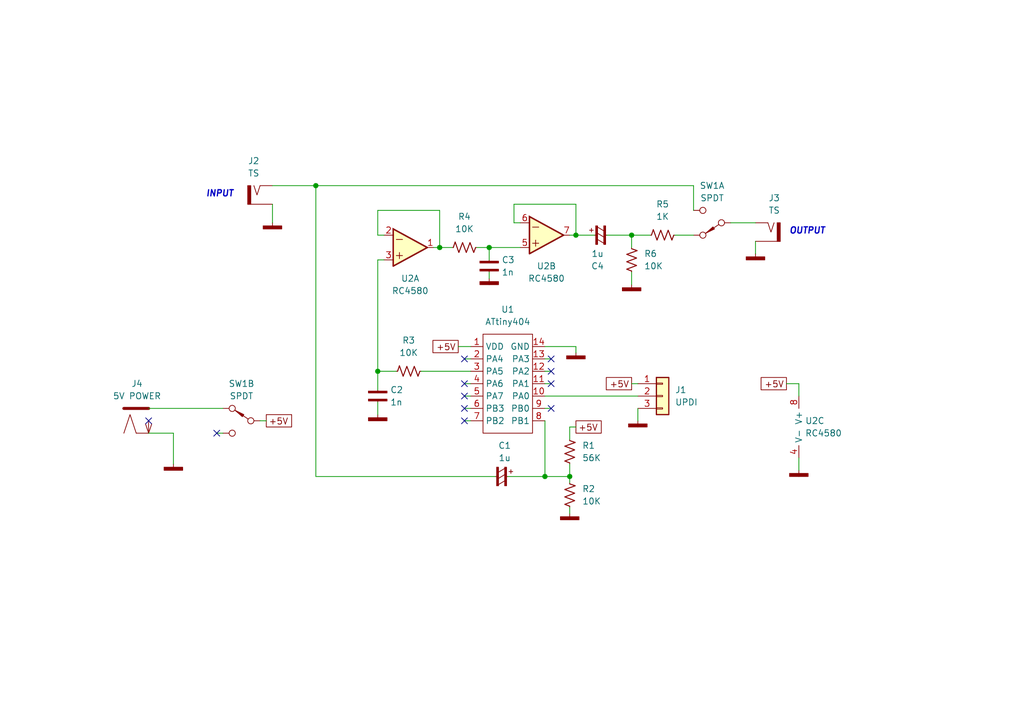
<source format=kicad_sch>
(kicad_sch (version 20231120) (generator "eeschema") (generator_version "8.0")
  (paper "A5")
  (title_block (title "CHORUS") (date "2024-05-11") (rev "1"))
  (lib_symbols
    (symbol "Connector_Generic:Conn_01x03" (pin_names (offset 1.016) hide)
      (property "Reference" "J" (at 0 5.08 0))
      (property "Value" "Conn_01x03" (at 0 -5.08 0))
      (symbol "Conn_01x03_1_1"
        (rectangle (start -1.27 -2.413) (end 0 -2.667) (stroke (width 0.1524)))
        (rectangle (start -1.27 0.127) (end 0 -0.127) (stroke (width 0.1524)))
        (rectangle (start -1.27 2.667) (end 0 2.413) (stroke (width 0.1524)))
        (rectangle (start -1.27 3.81) (end 1.27 -3.81) (stroke (width 0.254)) (fill (type background)))
        (pin passive line (at -5.08 2.54 0) (length 3.81) (name "Pin_1") (number "1"))
        (pin passive line (at -5.08 0 0) (length 3.81) (name "Pin_2") (number "2"))
        (pin passive line (at -5.08 -2.54 0) (length 3.81) (name "Pin_3") (number "3"))
      )
    )
    (symbol "conn:BarrelJack" (pin_numbers hide)
      (property "Reference" "J" (at 2.54 3.81 0))
      (property "Value" "BarrelJack" (at 2.54 -5.08 0))
      (symbol "BarrelJack_0_1"
        (polyline (pts (xy 2.54 -2.54) (xy 2.54 0)))
        (polyline (pts (xy 0 -2.54) (xy -1.27 1.27) (xy -2.54 -2.54)))
        (polyline (pts (xy 1.905 -0.635) (xy 2.54 -2.54) (xy 3.175 -0.635)))
      )
      (symbol "BarrelJack_1_1"
        (polyline (pts (xy 2.54 2.54) (xy -2.54 2.54)) (stroke (width 0.6096)))
        (pin passive line (at 2.54 2.54 180) (length 0) (name "") (number "1"))
        (pin passive line (at 2.54 -2.54 180) (length 2.54) (name "") (number "2"))
        (pin passive line (at 2.54 0 180) (length 0) (name "") (number "3"))
      )
    )
    (symbol "conn:TS" (pin_numbers hide) (pin_names (offset 0) hide)
      (property "Reference" "J" (at 0 -2.54 0))
      (property "Value" "TS" (at 0 2.54 0))
      (symbol "TS_0_1"
        (rectangle (start -2.54 2.54) (end -1.905 -1.27) (stroke (width 0.1524)) (fill (type outline)))
        (polyline (pts (xy 0 2.54) (xy -0.635 0.635) (xy -1.27 2.54)))
      )
      (symbol "TS_1_1"
        (pin passive line (at 2.54 -1.27 180) (length 5.08) (name "S") (number "S"))
        (pin passive line (at 2.54 2.54 180) (length 2.54) (name "T") (number "T"))
      )
    )
    (symbol "opa:RC4580"
      (property "Reference" "U1" (at 0 -3.81 0))
      (property "Value" "RC4580" (at 0 3.81 0))
      (symbol "RC4580_1_1"
        (polyline (pts (xy -2.54 -1.651) (xy -1.27 -1.651)))
        (polyline (pts (xy -2.54 1.651) (xy -1.27 1.651)))
        (polyline (pts (xy -1.905 -2.286) (xy -1.905 -1.016)))
        (polyline (pts (xy -3.175 3.81) (xy 3.81 0) (xy -3.175 -3.81) (xy -3.175 3.81)) (stroke (width 0.3048)) (fill (type background)))
        (pin output line (at 5.08 0 180) (length 1.27) (name "~") (number "1"))
        (pin input line (at -5.08 2.54 0) (length 1.905) (name "") (number "2"))
        (pin input line (at -5.08 -2.54 0) (length 1.905) (name "") (number "3"))
      )
      (symbol "RC4580_2_1"
        (polyline (pts (xy -2.54 -1.651) (xy -1.27 -1.651)))
        (polyline (pts (xy -2.54 1.651) (xy -1.27 1.651)))
        (polyline (pts (xy -1.905 -2.286) (xy -1.905 -1.016)))
        (polyline (pts (xy -3.175 3.81) (xy 3.81 0) (xy -3.175 -3.81) (xy -3.175 3.81)) (stroke (width 0.3048)) (fill (type background)))
        (pin input line (at -5.08 -2.54 0) (length 1.905) (name "") (number "5"))
        (pin input line (at -5.08 2.54 0) (length 1.905) (name "") (number "6"))
        (pin output line (at 5.08 0 180) (length 1.27) (name "~") (number "7"))
      )
      (symbol "RC4580_3_1"
        (pin power_in line (at 0 -6.35 90) (length 2.54) (name "V-") (number "4"))
        (pin power_in line (at 0 6.35 270) (length 2.54) (name "V+") (number "8"))
      )
    )
    (symbol "passiv:C" (pin_numbers hide)
      (property "Reference" "C" (at 0 2.54 0))
      (property "Value" "C" (at 0 -2.54 0))
      (symbol "C_1_1"
        (rectangle (start -1.016 -1.905) (end -0.635 1.905) (fill (type outline)))
        (rectangle (start 0.635 1.905) (end 1.016 -1.905) (fill (type outline)))
        (pin passive line (at -1.27 0 0) (length 0.635) (name "") (number "1"))
        (pin passive line (at 1.27 0 180) (length 0.635) (name "") (number "2"))
      )
    )
    (symbol "passiv:CP" (pin_numbers hide)
      (property "Reference" "C" (at 0 -3.81 0))
      (property "Value" "CP" (at 0 3.81 0))
      (symbol "CP_0_1"
        (polyline (pts (xy -2.286 1.016) (xy -1.524 1.016)))
        (polyline (pts (xy -1.905 0.635) (xy -1.905 1.397)))
        (polyline (pts (xy -0.635 0.381) (xy 0.635 -0.381)))
        (polyline (pts (xy -0.635 1.651) (xy 0.635 0.889)))
        (polyline (pts (xy 0.635 -1.651) (xy -0.635 -0.889)))
      )
      (symbol "CP_1_1"
        (rectangle (start -1.016 1.905) (end -0.635 -1.905) (fill (type outline)))
        (rectangle (start 0.635 1.905) (end 1.016 -1.905) (fill (type outline)))
        (pin passive line (at -1.27 0 0) (length 0.5842) (name "") (number "1"))
        (pin passive line (at 1.27 0 180) (length 0.635) (name "") (number "2"))
      )
    )
    (symbol "passiv:R" (pin_numbers hide) (pin_names hide)
      (property "Reference" "R" (at 0 -1.905 0))
      (property "Value" "R" (at 0 1.905 0))
      (symbol "R_1_1"
        (polyline (pts (xy -2.286 0) (xy -1.905 1.016) (xy -1.143 -1.016) (xy -0.381 1.016) (xy 0.381 -1.016) (xy 1.143 1.016) (xy 1.905 -1.143) (xy 2.286 0)) (stroke (width 0.2032)))
        (pin passive line (at -2.54 0 0) (length 0.254) (name "") (number "1"))
        (pin passive line (at 2.54 0 180) (length 0.254) (name "") (number "2"))
      )
    )
    (symbol "pwr:GND" (power)
      (symbol "GND_0_1"
        (polyline (pts (xy 0 0) (xy 0 -1.27)) (stroke (width 0.1524)))
      )
      (symbol "GND_1_1"
        (rectangle (start -1.905 -0.635) (end 1.905 -1.27) (fill (type outline)))
        (pin power_in line (at 0 0 270) (length 0) hide (name "GND") (number "1"))
      )
    )
    (symbol "sw:DPDT" (pin_numbers hide) (pin_names hide)
      (property "Reference" "SW" (at 0 5.08 0))
      (property "Value" "SPDT" (at 0 -5.08 0))
      (symbol "DPDT_0_1"
        (circle (center -1.905 -2.54) (radius 0.635))
        (circle (center -1.905 2.54) (radius 0.635))
        (polyline (pts (xy -1.3716 2.1844) (xy 1.3716 0.3556)))
        (circle (center 1.905 0) (radius 0.635))
      )
      (symbol "DPDT_1_1"
        (polyline (pts (xy -1.2954 2.1336) (xy 0.1778 0.8382) (xy 0.4826 1.27) (xy -1.2954 2.1336)) (fill (type outline)))
        (pin passive line (at -3.81 2.54 0) (length 1.27) (name "") (number "1"))
        (pin passive line (at 3.81 0 180) (length 1.27) (name "") (number "2"))
        (pin passive line (at -3.81 -2.54 0) (length 1.27) (name "") (number "3"))
      )
      (symbol "DPDT_2_1"
        (polyline (pts (xy -1.2954 2.1336) (xy 0.1778 0.8382) (xy 0.4826 1.27) (xy -1.2954 2.1336)) (fill (type outline)))
        (pin passive line (at -3.81 2.54 0) (length 1.27) (name "") (number "4"))
        (pin passive line (at 3.81 0 180) (length 1.27) (name "") (number "5"))
        (pin passive line (at -3.81 -2.54 0) (length 1.27) (name "") (number "6"))
      )
    )
    (symbol "symbols:ATtiny404"
      (property "Reference" "U" (at 0 11.43 0))
      (property "Value" "ATtiny404" (at 0 -11.684 0))
      (symbol "ATtiny404_0_1"
        (rectangle (start -5.08 10.16) (end 5.08 -10.16))
      )
      (symbol "ATtiny404_1_1"
        (pin power_in line (at -7.62 7.62 0) (length 2.54) (name "VDD") (number "1"))
        (pin bidirectional line (at 7.62 -2.54 180) (length 2.54) (name "PA0") (number "10"))
        (pin bidirectional line (at 7.62 0 180) (length 2.54) (name "PA1") (number "11"))
        (pin bidirectional line (at 7.62 2.54 180) (length 2.54) (name "PA2") (number "12"))
        (pin bidirectional line (at 7.62 5.08 180) (length 2.54) (name "PA3") (number "13"))
        (pin power_in line (at 7.62 7.62 180) (length 2.54) (name "GND") (number "14"))
        (pin bidirectional line (at -7.62 5.08 0) (length 2.54) (name "PA4") (number "2"))
        (pin bidirectional line (at -7.62 2.54 0) (length 2.54) (name "PA5") (number "3"))
        (pin bidirectional line (at -7.62 0 0) (length 2.54) (name "PA6") (number "4"))
        (pin bidirectional line (at -7.62 -2.54 0) (length 2.54) (name "PA7") (number "5"))
        (pin bidirectional line (at -7.62 -5.08 0) (length 2.54) (name "PB3") (number "6"))
        (pin bidirectional line (at -7.62 -7.62 0) (length 2.54) (name "PB2") (number "7"))
        (pin bidirectional line (at 7.62 -7.62 180) (length 2.54) (name "PB1") (number "8"))
        (pin bidirectional line (at 7.62 -5.08 180) (length 2.54) (name "PB0") (number "9"))
      )
    )
  )
  (junction (at 64.77 38.1))
  (junction (at 129.54 48.26))
  (junction (at 100.33 50.8))
  (junction (at 118.11 48.26))
  (junction (at 116.84 97.79))
  (junction (at 111.76 97.79))
  (junction (at 90.17 50.8))
  (junction (at 77.47 76.2))
  (no_connect (at 113.03 78.74))
  (no_connect (at 95.25 81.28))
  (no_connect (at 95.25 86.36))
  (no_connect (at 113.03 83.82))
  (no_connect (at 30.48 86.36))
  (no_connect (at 113.03 73.66))
  (no_connect (at 113.03 76.2))
  (no_connect (at 95.25 73.66))
  (no_connect (at 95.25 83.82))
  (no_connect (at 95.25 78.74))
  (no_connect (at 44.45 88.9))
  (wire (pts (xy 64.77 97.79) (xy 101.6 97.79)))
  (wire (pts (xy 105.41 45.72) (xy 106.68 45.72)))
  (wire (pts (xy 30.48 83.82) (xy 45.72 83.82)))
  (wire (pts (xy 54.61 86.36) (xy 53.34 86.36)))
  (wire (pts (xy 118.11 41.91) (xy 118.11 48.26)))
  (wire (pts (xy 116.84 95.25) (xy 116.84 97.79)))
  (wire (pts (xy 118.11 48.26) (xy 116.84 48.26)))
  (wire (pts (xy 90.17 43.18) (xy 90.17 50.8)))
  (wire (pts (xy 111.76 86.36) (xy 111.76 97.79)))
  (wire (pts (xy 100.33 50.8) (xy 106.68 50.8)))
  (wire (pts (xy 142.24 43.18) (xy 142.24 38.1)))
  (wire (pts (xy 124.46 48.26) (xy 129.54 48.26)))
  (wire (pts (xy 55.88 38.1) (xy 64.77 38.1)))
  (wire (pts (xy 163.83 93.98) (xy 163.83 96.52)))
  (wire (pts (xy 111.76 78.74) (xy 113.03 78.74)))
  (wire (pts (xy 35.56 88.9) (xy 30.48 88.9)))
  (wire (pts (xy 86.36 76.2) (xy 96.52 76.2)))
  (wire (pts (xy 142.24 38.1) (xy 64.77 38.1)))
  (wire (pts (xy 111.76 71.12) (xy 118.11 71.12)))
  (wire (pts (xy 95.25 73.66) (xy 96.52 73.66)))
  (wire (pts (xy 129.54 55.88) (xy 129.54 58.42)))
  (wire (pts (xy 77.47 48.26) (xy 78.74 48.26)))
  (wire (pts (xy 130.81 83.82) (xy 130.81 86.36)))
  (wire (pts (xy 105.41 41.91) (xy 118.11 41.91)))
  (wire (pts (xy 113.03 73.66) (xy 111.76 73.66)))
  (wire (pts (xy 55.88 41.91) (xy 55.88 45.72)))
  (wire (pts (xy 77.47 53.34) (xy 77.47 76.2)))
  (wire (pts (xy 77.47 43.18) (xy 90.17 43.18)))
  (wire (pts (xy 64.77 38.1) (xy 64.77 97.79)))
  (wire (pts (xy 142.24 48.26) (xy 138.43 48.26)))
  (wire (pts (xy 129.54 78.74) (xy 130.81 78.74)))
  (wire (pts (xy 77.47 48.26) (xy 77.47 43.18)))
  (wire (pts (xy 129.54 48.26) (xy 133.35 48.26)))
  (wire (pts (xy 111.76 83.82) (xy 113.03 83.82)))
  (wire (pts (xy 104.14 97.79) (xy 111.76 97.79)))
  (wire (pts (xy 129.54 48.26) (xy 129.54 50.8)))
  (wire (pts (xy 90.17 50.8) (xy 92.71 50.8)))
  (wire (pts (xy 149.86 45.72) (xy 154.94 45.72)))
  (wire (pts (xy 44.45 88.9) (xy 45.72 88.9)))
  (wire (pts (xy 97.79 50.8) (xy 100.33 50.8)))
  (wire (pts (xy 77.47 53.34) (xy 78.74 53.34)))
  (wire (pts (xy 77.47 85.09) (xy 77.47 82.55)))
  (wire (pts (xy 154.94 49.53) (xy 154.94 52.07)))
  (wire (pts (xy 100.33 53.34) (xy 100.33 50.8)))
  (wire (pts (xy 90.17 50.8) (xy 88.9 50.8)))
  (wire (pts (xy 95.25 86.36) (xy 96.52 86.36)))
  (wire (pts (xy 161.29 78.74) (xy 163.83 78.74)))
  (wire (pts (xy 118.11 48.26) (xy 121.92 48.26)))
  (wire (pts (xy 105.41 41.91) (xy 105.41 45.72)))
  (wire (pts (xy 116.84 87.63) (xy 116.84 90.17)))
  (wire (pts (xy 163.83 78.74) (xy 163.83 81.28)))
  (wire (pts (xy 77.47 80.01) (xy 77.47 76.2)))
  (wire (pts (xy 35.56 88.9) (xy 35.56 95.25)))
  (wire (pts (xy 116.84 104.14) (xy 116.84 105.41)))
  (wire (pts (xy 93.98 71.12) (xy 96.52 71.12)))
  (wire (pts (xy 77.47 76.2) (xy 81.28 76.2)))
  (wire (pts (xy 118.11 71.12) (xy 118.11 72.39)))
  (wire (pts (xy 100.33 57.15) (xy 100.33 55.88)))
  (wire (pts (xy 95.25 78.74) (xy 96.52 78.74)))
  (wire (pts (xy 113.03 76.2) (xy 111.76 76.2)))
  (wire (pts (xy 95.25 83.82) (xy 96.52 83.82)))
  (wire (pts (xy 111.76 81.28) (xy 130.81 81.28)))
  (wire (pts (xy 111.76 97.79) (xy 116.84 97.79)))
  (wire (pts (xy 116.84 87.63) (xy 118.11 87.63)))
  (wire (pts (xy 116.84 97.79) (xy 116.84 99.06)))
  (wire (pts (xy 95.25 81.28) (xy 96.52 81.28)))
  (text "OUTPUT" (at 161.798 47.498 0) (effects (font (size 1.27 1.27) (thickness 0.254) (bold yes) (italic yes)) (justify left)))
  (text "INPUT" (at 48.006 39.878 0) (effects (font (size 1.27 1.27) (thickness 0.254) (bold yes) (italic yes)) (justify right)))
  (global_label "+5V" (shape passive) (at 129.54 78.74 180) (property "Intersheetrefs" "${INTERSHEET_REFS}" (effects (hide yes))))
  (global_label "+5V" (shape passive) (at 93.98 71.12 180) (property "Intersheetrefs" "${INTERSHEET_REFS}" (effects (hide yes))))
  (global_label "+5V" (shape passive) (at 118.11 87.63 0) (property "Intersheetrefs" "${INTERSHEET_REFS}" (effects (hide yes))))
  (global_label "+5V" (shape passive) (at 54.61 86.36 0) (property "Intersheetrefs" "${INTERSHEET_REFS}" (effects (hide yes))))
  (global_label "+5V" (shape passive) (at 161.29 78.74 180) (property "Intersheetrefs" "${INTERSHEET_REFS}" (effects (hide yes))))
  (symbol (lib_id "passiv:R") (at 116.84 92.71 90) (unit 1)
    (property "Reference" "R1" (at 119.38 91.4399 90) (effects (justify right)))
    (property "Value" "56K" (at 119.38 93.9799 90) (effects (justify right)))
    (property "Description" "Resistor" (effects (hide yes)))
  )
  (symbol (lib_id "passiv:R") (at 95.25 50.8 180) (unit 1)
    (property "Reference" "R4" (at 95.25 44.45 0))
    (property "Value" "10K" (at 95.25 46.99 0))
    (property "Description" "Resistor" (effects (hide yes)))
  )
  (symbol (lib_id "pwr:GND") (at 35.56 95.25 0) (unit 1)
    (property "Reference" "#PWR010" (effects (hide yes)))
    (property "Value" "GND" (effects (hide yes)))
  )
  (symbol (lib_id "sw:DPDT") (at 146.05 45.72 0) (mirror x) (unit 1)
    (property "Reference" "SW1" (at 146.05 38.1 0))
    (property "Value" "SPDT" (at 146.05 40.64 0))
  )
  (symbol (lib_id "passiv:C") (at 77.47 81.28 90) (unit 1)
    (property "Reference" "C2" (at 80.01 80.0099 90) (effects (justify right)))
    (property "Value" "1n" (at 80.01 82.5499 90) (effects (justify right)))
    (property "Description" "Unpolarized Capacitor" (effects (hide yes)))
  )
  (symbol (lib_id "opa:RC4580") (at 83.82 50.8 0) (unit 1)
    (property "Reference" "U2" (at 84.1375 57.15 0))
    (property "Value" "RC4580" (at 84.1375 59.69 0))
    (property "Footprint" "Package_DIP:DIP-8_W7.62mm" (effects (hide yes)))
    (property "Datasheet" "https://www.ti.com/lit/ds/symlink/tl081a.pdf" (effects (hide yes)))
    (property "Description" "Dual operational amplifier" (effects (hide yes)))
  )
  (symbol (lib_id "pwr:GND") (at 163.83 96.52 0) (unit 1)
    (property "Reference" "#PWR09" (effects (hide yes)))
    (property "Value" "GND" (effects (hide yes)))
  )
  (symbol (lib_id "passiv:C") (at 100.33 54.61 90) (unit 1)
    (property "Reference" "C3" (at 102.87 53.3399 90) (effects (justify right)))
    (property "Value" "1n" (at 102.87 55.8799 90) (effects (justify right)))
    (property "Description" "Unpolarized Capacitor" (effects (hide yes)))
  )
  (symbol (lib_id "conn:TS") (at 53.34 40.64 0) (unit 1)
    (property "Reference" "J2" (at 52.0319 33.02 0))
    (property "Value" "TS" (at 52.0319 35.56 0))
  )
  (symbol (lib_id "pwr:GND") (at 100.33 57.15 0) (unit 1)
    (property "Reference" "#PWR06" (effects (hide yes)))
    (property "Value" "GND" (effects (hide yes)))
  )
  (symbol (lib_id "pwr:GND") (at 55.88 45.72 0) (unit 1)
    (property "Reference" "#PWR03" (effects (hide yes)))
    (property "Value" "GND" (effects (hide yes)))
  )
  (symbol (lib_id "pwr:GND") (at 154.94 52.07 0) (unit 1)
    (property "Reference" "#PWR08" (effects (hide yes)))
    (property "Value" "GND" (effects (hide yes)))
  )
  (symbol (lib_id "Connector_Generic:Conn_01x03") (at 135.89 81.28 0) (unit 1)
    (property "Reference" "J1" (at 138.43 80.0099 0) (effects (justify left)))
    (property "Value" "UPDI" (at 138.43 82.5499 0) (effects (justify left)))
    (property "Description" "Generic connector, single row, 01x03, script generated (kicad-library-utils/schlib/autogen/connector/)" (effects (hide yes)))
  )
  (symbol (lib_id "conn:BarrelJack") (at 27.94 86.36 0) (unit 1)
    (property "Reference" "J4" (at 28.1051 78.74 0))
    (property "Value" "5V POWER" (at 28.1051 81.28 0))
  )
  (symbol (lib_id "sw:DPDT") (at 49.53 86.36 0) (unit 2)
    (property "Reference" "SW1" (at 49.53 78.74 0))
    (property "Value" "SPDT" (at 49.53 81.28 0))
  )
  (symbol (lib_id "passiv:R") (at 116.84 101.6 90) (unit 1)
    (property "Reference" "R2" (at 119.38 100.3299 90) (effects (justify right)))
    (property "Value" "10K" (at 119.38 102.8699 90) (effects (justify right)))
    (property "Description" "Resistor" (effects (hide yes)))
  )
  (symbol (lib_id "pwr:GND") (at 118.11 72.39 0) (unit 1)
    (property "Reference" "#PWR01" (effects (hide yes)))
    (property "Value" "GND" (effects (hide yes)))
  )
  (symbol (lib_id "pwr:GND") (at 116.84 105.41 0) (unit 1)
    (property "Reference" "#PWR02" (effects (hide yes)))
    (property "Value" "GND" (effects (hide yes)))
  )
  (symbol (lib_id "passiv:R") (at 135.89 48.26 180) (unit 1)
    (property "Reference" "R5" (at 135.89 41.91 0))
    (property "Value" "1K" (at 135.89 44.45 0))
    (property "Description" "Resistor" (effects (hide yes)))
  )
  (symbol (lib_id "opa:RC4580") (at 111.76 48.26 0) (unit 2)
    (property "Reference" "U2" (at 112.0775 54.61 0))
    (property "Value" "RC4580" (at 112.0775 57.15 0))
    (property "Footprint" "Package_DIP:DIP-8_W7.62mm" (effects (hide yes)))
    (property "Datasheet" "https://www.ti.com/lit/ds/symlink/tl081a.pdf" (effects (hide yes)))
    (property "Description" "Dual operational amplifier" (effects (hide yes)))
  )
  (symbol (lib_id "pwr:GND") (at 77.47 85.09 0) (unit 1)
    (property "Reference" "#PWR04" (effects (hide yes)))
    (property "Value" "GND" (effects (hide yes)))
  )
  (symbol (lib_id "passiv:R") (at 129.54 53.34 90) (unit 1)
    (property "Reference" "R6" (at 132.08 52.0699 90) (effects (justify right)))
    (property "Value" "10K" (at 132.08 54.6099 90) (effects (justify right)))
    (property "Description" "Resistor" (effects (hide yes)))
  )
  (symbol (lib_id "pwr:GND") (at 129.54 58.42 0) (unit 1)
    (property "Reference" "#PWR07" (effects (hide yes)))
    (property "Value" "GND" (effects (hide yes)))
  )
  (symbol (lib_id "conn:TS") (at 157.48 48.26 0) (mirror y) (unit 1)
    (property "Reference" "J3" (at 158.7881 40.64 0))
    (property "Value" "TS" (at 158.7881 43.18 0))
  )
  (symbol (lib_id "pwr:GND") (at 130.81 86.36 0) (unit 1)
    (property "Reference" "#PWR05" (effects (hide yes)))
    (property "Value" "GND" (effects (hide yes)))
  )
  (symbol (lib_id "passiv:CP") (at 123.19 48.26 0) (unit 1)
    (property "Reference" "C4" (at 122.555 54.61 0))
    (property "Value" "1u" (at 122.555 52.07 0))
    (property "Description" "Polarized Capacitor" (effects (hide yes)))
  )
  (symbol (lib_id "symbols:ATtiny404") (at 104.14 78.74 0) (unit 1)
    (property "Reference" "U1" (at 104.14 63.5 0))
    (property "Value" "ATtiny404" (at 104.14 66.04 0))
    (property "Datasheet" "https://ww1.microchip.com/downloads/aemDocuments/documents/MCU08/ProductDocuments/DataSheets/ATtiny202-204-402-404-406-DataSheet-DS40002318A.pdf" (effects (hide yes)))
  )
  (symbol (lib_id "passiv:R") (at 83.82 76.2 180) (unit 1)
    (property "Reference" "R3" (at 83.82 69.85 0))
    (property "Value" "10K" (at 83.82 72.39 0))
    (property "Description" "Resistor" (effects (hide yes)))
  )
  (symbol (lib_id "opa:RC4580") (at 163.83 87.63 0) (unit 3)
    (property "Reference" "U2" (at 165.1 86.3599 0) (effects (justify left)))
    (property "Value" "RC4580" (at 165.1 88.8999 0) (effects (justify left)))
    (property "Footprint" "Package_DIP:DIP-8_W7.62mm" (effects (hide yes)))
    (property "Datasheet" "https://www.ti.com/lit/ds/symlink/tl081a.pdf" (effects (hide yes)))
    (property "Description" "Dual operational amplifier" (effects (hide yes)))
  )
  (symbol (lib_id "passiv:CP") (at 102.87 97.79 0) (mirror y) (unit 1)
    (property "Reference" "C1" (at 103.505 91.44 0))
    (property "Value" "1u" (at 103.505 93.98 0))
    (property "Description" "Polarized Capacitor" (effects (hide yes)))
  )
)
</source>
